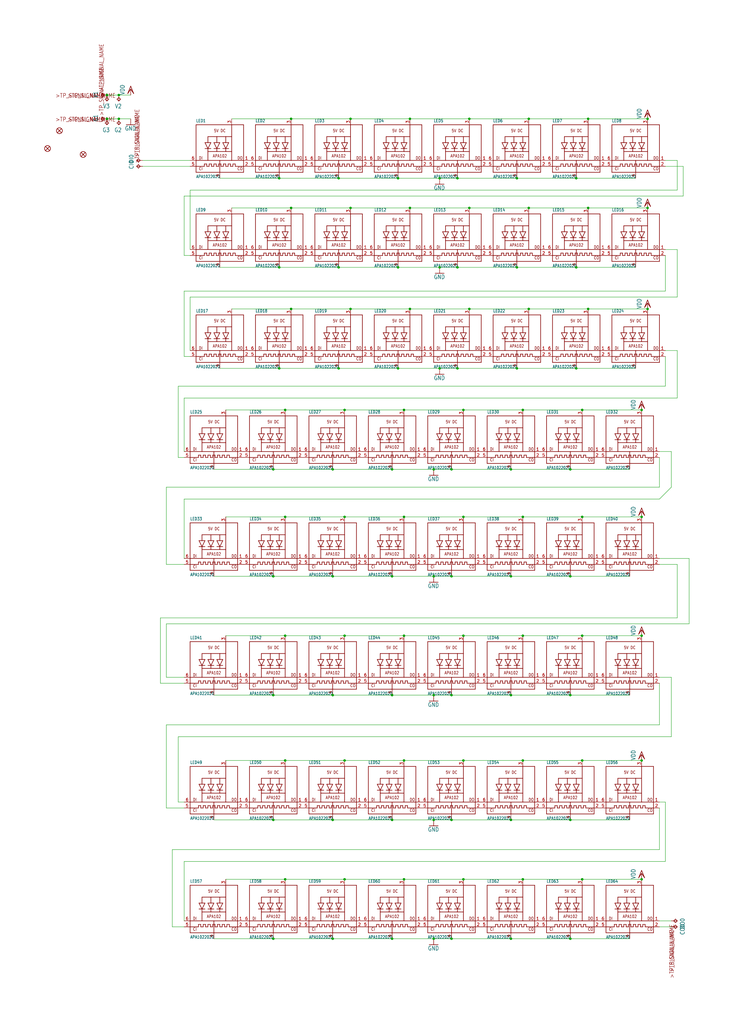
<source format=kicad_sch>
(kicad_sch (version 20211123) (generator eeschema)
  (paper "User" 313.817 437.794)
  (lib_symbols
    (symbol "eagleSchem-eagle-import:APA1022020"
      (property "Value" "APA1022020" (at -10.16 -12.7 0))
      (symbol "APA1022020_1_0"
        (polyline (pts (xy -10.16 -10.16) (xy 0 -10.16)) (stroke (width 0.254)))
        (polyline (pts (xy -10.16 -7.62) (xy -10.16 -10.16)) (stroke (width 0.254)))
        (polyline (pts (xy -10.16 -7.62) (xy -6.604 -7.62)) (stroke (width 0.254)))
        (polyline (pts (xy -10.16 -5.08) (xy -10.16 -7.62)) (stroke (width 0.254)))
        (polyline (pts (xy -10.16 10.16) (xy -10.16 -5.08)) (stroke (width 0.254)))
        (polyline (pts (xy -6.604 -7.62) (xy -6.604 -6.604)) (stroke (width 0.254)))
        (polyline (pts (xy -6.604 -6.604) (xy -5.588 -6.604)) (stroke (width 0.254)))
        (polyline (pts (xy -6.35 0) (xy -5.08 0)) (stroke (width 0.254)))
        (polyline (pts (xy -6.35 2.54) (xy -5.08 2.54)) (stroke (width 0.254)))
        (polyline (pts (xy -5.588 -7.62) (xy -4.572 -7.62)) (stroke (width 0.254)))
        (polyline (pts (xy -5.588 -6.604) (xy -5.588 -7.62)) (stroke (width 0.254)))
        (polyline (pts (xy -5.08 -5.08) (xy -10.16 -5.08)) (stroke (width 0.254)))
        (polyline (pts (xy -5.08 -5.08) (xy 0 -5.08)) (stroke (width 0.254)))
        (polyline (pts (xy -5.08 -1.27) (xy -5.08 -5.08)) (stroke (width 0.254)))
        (polyline (pts (xy -5.08 0) (xy -6.35 2.54)) (stroke (width 0.254)))
        (polyline (pts (xy -5.08 0) (xy -5.08 -1.27)) (stroke (width 0.254)))
        (polyline (pts (xy -5.08 0) (xy -3.81 2.54)) (stroke (width 0.254)))
        (polyline (pts (xy -5.08 2.54) (xy -3.81 2.54)) (stroke (width 0.254)))
        (polyline (pts (xy -5.08 5.08) (xy -5.08 2.54)) (stroke (width 0.254)))
        (polyline (pts (xy -4.572 -7.62) (xy -4.572 -6.604)) (stroke (width 0.254)))
        (polyline (pts (xy -4.572 -6.604) (xy -3.556 -6.604)) (stroke (width 0.254)))
        (polyline (pts (xy -3.81 0) (xy -5.08 0)) (stroke (width 0.254)))
        (polyline (pts (xy -3.556 -7.62) (xy -2.54 -7.62)) (stroke (width 0.254)))
        (polyline (pts (xy -3.556 -6.604) (xy -3.556 -7.62)) (stroke (width 0.254)))
        (polyline (pts (xy -2.54 -7.62) (xy -2.54 -6.604)) (stroke (width 0.254)))
        (polyline (pts (xy -2.54 -6.604) (xy -1.524 -6.604)) (stroke (width 0.254)))
        (polyline (pts (xy -2.54 0) (xy -1.27 0)) (stroke (width 0.254)))
        (polyline (pts (xy -2.54 2.54) (xy 0 2.54)) (stroke (width 0.254)))
        (polyline (pts (xy -1.524 -7.62) (xy -0.508 -7.62)) (stroke (width 0.254)))
        (polyline (pts (xy -1.524 -6.604) (xy -1.524 -7.62)) (stroke (width 0.254)))
        (polyline (pts (xy -1.27 -1.27) (xy -5.08 -1.27)) (stroke (width 0.254)))
        (polyline (pts (xy -1.27 0) (xy -2.54 2.54)) (stroke (width 0.254)))
        (polyline (pts (xy -1.27 0) (xy -1.27 -1.27)) (stroke (width 0.254)))
        (polyline (pts (xy -1.27 0) (xy 0 0)) (stroke (width 0.254)))
        (polyline (pts (xy -1.27 2.54) (xy -1.27 5.08)) (stroke (width 0.254)))
        (polyline (pts (xy -1.27 5.08) (xy -5.08 5.08)) (stroke (width 0.254)))
        (polyline (pts (xy -0.508 -7.62) (xy -0.508 -6.604)) (stroke (width 0.254)))
        (polyline (pts (xy -0.508 -6.604) (xy 0.508 -6.604)) (stroke (width 0.254)))
        (polyline (pts (xy 0 -10.16) (xy 10.16 -10.16)) (stroke (width 0.254)))
        (polyline (pts (xy 0 -5.08) (xy 0 -10.16)) (stroke (width 0.254)))
        (polyline (pts (xy 0 -5.08) (xy 5.08 -5.08)) (stroke (width 0.254)))
        (polyline (pts (xy 0 2.54) (xy -1.27 0)) (stroke (width 0.254)))
        (polyline (pts (xy 0.508 -7.62) (xy 1.524 -7.62)) (stroke (width 0.254)))
        (polyline (pts (xy 0.508 -6.604) (xy 0.508 -7.62)) (stroke (width 0.254)))
        (polyline (pts (xy 1.27 2.54) (xy 2.54 0)) (stroke (width 0.254)))
        (polyline (pts (xy 1.27 2.54) (xy 2.54 2.54)) (stroke (width 0.254)))
        (polyline (pts (xy 1.524 -7.62) (xy 1.524 -6.604)) (stroke (width 0.254)))
        (polyline (pts (xy 1.524 -6.604) (xy 2.54 -6.604)) (stroke (width 0.254)))
        (polyline (pts (xy 2.54 -7.62) (xy 3.556 -7.62)) (stroke (width 0.254)))
        (polyline (pts (xy 2.54 -6.604) (xy 2.54 -7.62)) (stroke (width 0.254)))
        (polyline (pts (xy 2.54 -1.27) (xy -1.27 -1.27)) (stroke (width 0.254)))
        (polyline (pts (xy 2.54 0) (xy 1.27 0)) (stroke (width 0.254)))
        (polyline (pts (xy 2.54 0) (xy 2.54 -1.27)) (stroke (width 0.254)))
        (polyline (pts (xy 2.54 0) (xy 3.81 0)) (stroke (width 0.254)))
        (polyline (pts (xy 2.54 0) (xy 3.81 2.54)) (stroke (width 0.254)))
        (polyline (pts (xy 2.54 2.54) (xy 2.54 5.08)) (stroke (width 0.254)))
        (polyline (pts (xy 2.54 5.08) (xy -1.27 5.08)) (stroke (width 0.254)))
        (polyline (pts (xy 2.54 5.08) (xy 5.08 5.08)) (stroke (width 0.254)))
        (polyline (pts (xy 3.556 -7.62) (xy 3.556 -6.604)) (stroke (width 0.254)))
        (polyline (pts (xy 3.556 -6.604) (xy 4.572 -6.604)) (stroke (width 0.254)))
        (polyline (pts (xy 3.81 2.54) (xy 2.54 2.54)) (stroke (width 0.254)))
        (polyline (pts (xy 4.572 -7.62) (xy 5.588 -7.62)) (stroke (width 0.254)))
        (polyline (pts (xy 4.572 -6.604) (xy 4.572 -7.62)) (stroke (width 0.254)))
        (polyline (pts (xy 5.08 -5.08) (xy 5.08 -1.27)) (stroke (width 0.254)))
        (polyline (pts (xy 5.08 -5.08) (xy 10.16 -5.08)) (stroke (width 0.254)))
        (polyline (pts (xy 5.08 -1.27) (xy 2.54 -1.27)) (stroke (width 0.254)))
        (polyline (pts (xy 5.08 5.08) (xy 5.08 -1.27)) (stroke (width 0.254)))
        (polyline (pts (xy 5.08 10.16) (xy -10.16 10.16)) (stroke (width 0.254)))
        (polyline (pts (xy 5.08 10.16) (xy 5.08 5.08)) (stroke (width 0.254)))
        (polyline (pts (xy 5.588 -7.62) (xy 5.588 -6.604)) (stroke (width 0.254)))
        (polyline (pts (xy 5.588 -6.604) (xy 6.604 -6.604)) (stroke (width 0.254)))
        (polyline (pts (xy 6.604 -7.62) (xy 10.16 -7.62)) (stroke (width 0.254)))
        (polyline (pts (xy 6.604 -6.604) (xy 6.604 -7.62)) (stroke (width 0.254)))
        (polyline (pts (xy 10.16 -10.16) (xy 10.16 -7.62)) (stroke (width 0.254)))
        (polyline (pts (xy 10.16 -7.62) (xy 10.16 -5.08)) (stroke (width 0.254)))
        (polyline (pts (xy 10.16 -5.08) (xy 10.16 10.16)) (stroke (width 0.254)))
        (polyline (pts (xy 10.16 10.16) (xy 5.08 10.16)) (stroke (width 0.254)))
        (text "5V DC" (at 0 7.62 0) (effects (font (size 1.27 1.0795))))
        (text "APA102" (at 0 -3.175 0) (effects (font (size 1.27 1.0795))))
        (text "CI" (at -8.128 -8.636 0) (effects (font (size 1.27 1.0795))))
        (text "CO" (at 8.636 -8.636 0) (effects (font (size 1.27 1.0795))))
        (text "DI" (at -8.128 -4.064 0) (effects (font (size 1.27 1.0795))))
        (text "DO" (at 8.636 -4.064 0) (effects (font (size 1.27 1.0795))))
        (pin output line (at 12.7 -5.08 180) (length 2.54) (name "DO") (number "1"))
        (pin output line (at 12.7 -7.62 180) (length 2.54) (name "CKO") (number "2"))
        (pin power_in line (at 5.08 12.7 270) (length 2.54) (name "VDD") (number "3"))
        (pin power_in line (at 0 -12.7 90) (length 2.54) (name "GND") (number "4"))
        (pin input line (at -12.7 -7.62 0) (length 2.54) (name "CKI") (number "5"))
        (pin input line (at -12.7 -5.08 0) (length 2.54) (name "DI") (number "6"))
      )
    )
    (symbol "eagleSchem-eagle-import:FIDUCIAL_0.5MM"
      (symbol "FIDUCIAL_0.5MM_1_0"
        (polyline (pts (xy -0.762 0.762) (xy 0.762 -0.762)) (stroke (width 0.254)))
        (polyline (pts (xy 0.762 0.762) (xy -0.762 -0.762)) (stroke (width 0.254)))
        (circle (center 0 0) (radius 1.27) (stroke (width 0.254)))
      )
    )
    (symbol "eagleSchem-eagle-import:GND" (power)
      (property "Value" "GND" (at -2.54 -2.54 0))
      (symbol "GND_1_0"
        (polyline (pts (xy -1.905 0) (xy 1.905 0)) (stroke (width 0.254)))
        (pin power_in line (at 0 2.54 270) (length 2.54) (name "GND") (number "1"))
      )
    )
    (symbol "eagleSchem-eagle-import:TPTP20R"
      (property "Reference" "TP" (at -1.27 1.27 0))
      (symbol "TPTP20R_1_0"
        (polyline (pts (xy -0.762 -0.762) (xy 0 0)) (stroke (width 0.254)))
        (polyline (pts (xy 0 -1.524) (xy -0.762 -0.762)) (stroke (width 0.254)))
        (polyline (pts (xy 0 0) (xy 0.762 -0.762)) (stroke (width 0.254)))
        (polyline (pts (xy 0.762 -0.762) (xy 0 -1.524)) (stroke (width 0.254)))
        (text ">TP_SIGNAL_NAME" (at 1.27 -1.27 0) (effects (font (size 1.778 1.5113)) (justify left bottom)))
        (pin input line (at 0 -2.54 90) (length 2.54) (name "TP") (number "TP"))
      )
    )
    (symbol "eagleSchem-eagle-import:VDD" (power)
      (property "Value" "VDD" (at -2.54 -2.54 90))
      (symbol "VDD_1_0"
        (polyline (pts (xy 0 0) (xy -1.27 -1.905)) (stroke (width 0.254)))
        (polyline (pts (xy 0 1.27) (xy -1.27 -1.905)) (stroke (width 0.254)))
        (polyline (pts (xy 1.27 -1.905) (xy 0 0)) (stroke (width 0.254)))
        (polyline (pts (xy 1.27 -1.905) (xy 0 1.27)) (stroke (width 0.254)))
        (pin power_in line (at 0 -2.54 90) (length 2.54) (name "VDD") (number "1"))
      )
    )
  )
  (junction (at 200.66 88.9))
  (junction (at 119.38 76.2))
  (junction (at 116.84 350.52))
  (junction (at 121.92 325.12))
  (junction (at 121.92 220.98))
  (junction (at 147.32 220.98))
  (junction (at 193.04 297.18))
  (junction (at 172.72 271.78))
  (junction (at 116.84 246.38))
  (junction (at 243.84 401.32))
  (junction (at 195.58 114.3))
  (junction (at 172.72 220.98))
  (junction (at 195.58 157.48))
  (junction (at 243.84 246.38))
  (junction (at 198.12 271.78))
  (junction (at 200.66 50.8))
  (junction (at 142.24 246.38))
  (junction (at 147.32 271.78))
  (junction (at 198.12 220.98))
  (junction (at 251.46 50.8))
  (junction (at 147.32 175.26))
  (junction (at 119.38 157.48))
  (junction (at 116.84 200.66))
  (junction (at 167.64 350.52))
  (junction (at 193.04 200.66))
  (junction (at 223.52 375.92))
  (junction (at 144.78 114.3))
  (junction (at 193.04 350.52))
  (junction (at 170.18 76.2))
  (junction (at 175.26 88.9))
  (junction (at 274.32 175.26))
  (junction (at 246.38 76.2))
  (junction (at 124.46 132.08))
  (junction (at 142.24 297.18))
  (junction (at 124.46 50.8))
  (junction (at 248.92 271.78))
  (junction (at 274.32 271.78))
  (junction (at 175.26 132.08))
  (junction (at 116.84 401.32))
  (junction (at 198.12 375.92))
  (junction (at 170.18 157.48))
  (junction (at 248.92 375.92))
  (junction (at 149.86 132.08))
  (junction (at 167.64 401.32))
  (junction (at 218.44 246.38))
  (junction (at 142.24 401.32))
  (junction (at 50.8 40.64))
  (junction (at 198.12 175.26))
  (junction (at 274.32 220.98))
  (junction (at 223.52 175.26))
  (junction (at 218.44 350.52))
  (junction (at 172.72 175.26))
  (junction (at 220.98 157.48))
  (junction (at 276.86 132.08))
  (junction (at 172.72 325.12))
  (junction (at 116.84 297.18))
  (junction (at 45.72 50.8))
  (junction (at 50.8 50.8))
  (junction (at 147.32 325.12))
  (junction (at 193.04 246.38))
  (junction (at 147.32 375.92))
  (junction (at 45.72 40.64))
  (junction (at 223.52 271.78))
  (junction (at 144.78 157.48))
  (junction (at 218.44 401.32))
  (junction (at 167.64 246.38))
  (junction (at 167.64 297.18))
  (junction (at 274.32 375.92))
  (junction (at 185.42 297.18))
  (junction (at 195.58 76.2))
  (junction (at 248.92 175.26))
  (junction (at 276.86 88.9))
  (junction (at 246.38 157.48))
  (junction (at 200.66 132.08))
  (junction (at 274.32 325.12))
  (junction (at 142.24 350.52))
  (junction (at 167.64 200.66))
  (junction (at 218.44 297.18))
  (junction (at 121.92 271.78))
  (junction (at 243.84 297.18))
  (junction (at 119.38 114.3))
  (junction (at 121.92 175.26))
  (junction (at 251.46 132.08))
  (junction (at 149.86 50.8))
  (junction (at 185.42 246.38))
  (junction (at 172.72 375.92))
  (junction (at 243.84 200.66))
  (junction (at 187.96 157.48))
  (junction (at 248.92 220.98))
  (junction (at 220.98 114.3))
  (junction (at 223.52 325.12))
  (junction (at 198.12 325.12))
  (junction (at 226.06 50.8))
  (junction (at 187.96 76.2))
  (junction (at 251.46 88.9))
  (junction (at 248.92 325.12))
  (junction (at 185.42 350.52))
  (junction (at 193.04 401.32))
  (junction (at 185.42 401.32))
  (junction (at 170.18 114.3))
  (junction (at 124.46 88.9))
  (junction (at 121.92 375.92))
  (junction (at 142.24 200.66))
  (junction (at 175.26 50.8))
  (junction (at 149.86 88.9))
  (junction (at 226.06 132.08))
  (junction (at 185.42 200.66))
  (junction (at 218.44 200.66))
  (junction (at 220.98 76.2))
  (junction (at 226.06 88.9))
  (junction (at 276.86 50.8))
  (junction (at 243.84 350.52))
  (junction (at 144.78 76.2))
  (junction (at 246.38 114.3))
  (junction (at 223.52 220.98))
  (junction (at 187.96 114.3))
  (wire (pts (xy 142.24 350.52) (xy 167.64 350.52)))
  (wire (pts (xy 193.04 297.18) (xy 218.44 297.18)))
  (wire (pts (xy 287.02 314.96) (xy 287.02 289.56)))
  (wire (pts (xy 220.98 114.3) (xy 246.38 114.3)))
  (wire (pts (xy 147.32 271.78) (xy 172.72 271.78)))
  (wire (pts (xy 78.74 152.4) (xy 81.28 152.4)))
  (wire (pts (xy 292.1 71.12) (xy 292.1 83.82)))
  (wire (pts (xy 281.94 195.58) (xy 281.94 208.28)))
  (wire (pts (xy 251.46 88.9) (xy 276.86 88.9)))
  (wire (pts (xy 78.74 238.76) (xy 78.74 213.36)))
  (wire (pts (xy 68.58 292.1) (xy 68.58 264.16)))
  (wire (pts (xy 119.38 114.3) (xy 144.78 114.3)))
  (wire (pts (xy 149.86 50.8) (xy 175.26 50.8)))
  (wire (pts (xy 284.48 109.22) (xy 284.48 124.46)))
  (wire (pts (xy 289.56 106.68) (xy 284.48 106.68)))
  (wire (pts (xy 119.38 76.2) (xy 144.78 76.2)))
  (wire (pts (xy 78.74 342.9) (xy 76.2 342.9)))
  (wire (pts (xy 287.02 396.24) (xy 281.94 396.24)))
  (wire (pts (xy 284.48 342.9) (xy 281.94 342.9)))
  (wire (pts (xy 124.46 50.8) (xy 149.86 50.8)))
  (wire (pts (xy 60.96 68.58) (xy 81.28 68.58)))
  (wire (pts (xy 294.64 238.76) (xy 281.94 238.76)))
  (wire (pts (xy 99.06 88.9) (xy 124.46 88.9)))
  (wire (pts (xy 193.04 401.32) (xy 218.44 401.32)))
  (wire (pts (xy 93.98 114.3) (xy 119.38 114.3)))
  (wire (pts (xy 246.38 76.2) (xy 271.78 76.2)))
  (wire (pts (xy 99.06 132.08) (xy 124.46 132.08)))
  (wire (pts (xy 287.02 208.28) (xy 287.02 193.04)))
  (wire (pts (xy 289.56 127) (xy 289.56 106.68)))
  (wire (pts (xy 142.24 200.66) (xy 167.64 200.66)))
  (wire (pts (xy 170.18 76.2) (xy 187.96 76.2)))
  (wire (pts (xy 218.44 200.66) (xy 243.84 200.66)))
  (wire (pts (xy 248.92 175.26) (xy 274.32 175.26)))
  (wire (pts (xy 187.96 157.48) (xy 195.58 157.48)))
  (wire (pts (xy 147.32 220.98) (xy 172.72 220.98)))
  (wire (pts (xy 96.52 271.78) (xy 121.92 271.78)))
  (wire (pts (xy 116.84 350.52) (xy 142.24 350.52)))
  (wire (pts (xy 142.24 401.32) (xy 167.64 401.32)))
  (wire (pts (xy 116.84 246.38) (xy 142.24 246.38)))
  (wire (pts (xy 200.66 132.08) (xy 226.06 132.08)))
  (wire (pts (xy 248.92 220.98) (xy 274.32 220.98)))
  (wire (pts (xy 251.46 132.08) (xy 276.86 132.08)))
  (wire (pts (xy 218.44 246.38) (xy 243.84 246.38)))
  (wire (pts (xy 248.92 325.12) (xy 274.32 325.12)))
  (wire (pts (xy 220.98 157.48) (xy 246.38 157.48)))
  (wire (pts (xy 78.74 345.44) (xy 71.12 345.44)))
  (wire (pts (xy 71.12 266.7) (xy 294.64 266.7)))
  (wire (pts (xy 121.92 271.78) (xy 147.32 271.78)))
  (wire (pts (xy 73.66 396.24) (xy 73.66 363.22)))
  (wire (pts (xy 218.44 401.32) (xy 243.84 401.32)))
  (wire (pts (xy 200.66 88.9) (xy 226.06 88.9)))
  (wire (pts (xy 91.44 246.38) (xy 116.84 246.38)))
  (wire (pts (xy 289.56 241.3) (xy 281.94 241.3)))
  (wire (pts (xy 78.74 292.1) (xy 68.58 292.1)))
  (wire (pts (xy 246.38 157.48) (xy 271.78 157.48)))
  (wire (pts (xy 96.52 220.98) (xy 121.92 220.98)))
  (wire (pts (xy 195.58 157.48) (xy 220.98 157.48)))
  (wire (pts (xy 81.28 106.68) (xy 81.28 81.28)))
  (wire (pts (xy 121.92 325.12) (xy 147.32 325.12)))
  (wire (pts (xy 243.84 350.52) (xy 269.24 350.52)))
  (wire (pts (xy 193.04 200.66) (xy 218.44 200.66)))
  (wire (pts (xy 78.74 289.56) (xy 71.12 289.56)))
  (wire (pts (xy 170.18 114.3) (xy 187.96 114.3)))
  (wire (pts (xy 251.46 50.8) (xy 276.86 50.8)))
  (wire (pts (xy 78.74 124.46) (xy 78.74 152.4)))
  (wire (pts (xy 91.44 350.52) (xy 116.84 350.52)))
  (wire (pts (xy 175.26 132.08) (xy 200.66 132.08)))
  (wire (pts (xy 144.78 76.2) (xy 170.18 76.2)))
  (wire (pts (xy 198.12 175.26) (xy 223.52 175.26)))
  (wire (pts (xy 45.72 40.64) (xy 50.8 40.64)))
  (wire (pts (xy 175.26 50.8) (xy 200.66 50.8)))
  (wire (pts (xy 223.52 375.92) (xy 248.92 375.92)))
  (wire (pts (xy 170.18 157.48) (xy 187.96 157.48)))
  (wire (pts (xy 223.52 271.78) (xy 248.92 271.78)))
  (wire (pts (xy 91.44 297.18) (xy 116.84 297.18)))
  (wire (pts (xy 195.58 76.2) (xy 220.98 76.2)))
  (wire (pts (xy 287.02 193.04) (xy 281.94 193.04)))
  (wire (pts (xy 76.2 195.58) (xy 76.2 165.1)))
  (wire (pts (xy 121.92 175.26) (xy 147.32 175.26)))
  (wire (pts (xy 142.24 297.18) (xy 167.64 297.18)))
  (wire (pts (xy 96.52 375.92) (xy 121.92 375.92)))
  (wire (pts (xy 172.72 220.98) (xy 198.12 220.98)))
  (wire (pts (xy 76.2 165.1) (xy 284.48 165.1)))
  (wire (pts (xy 50.8 50.8) (xy 55.88 50.8)))
  (wire (pts (xy 198.12 325.12) (xy 223.52 325.12)))
  (wire (pts (xy 281.94 208.28) (xy 71.12 208.28)))
  (wire (pts (xy 81.28 81.28) (xy 289.56 81.28)))
  (wire (pts (xy 243.84 246.38) (xy 269.24 246.38)))
  (wire (pts (xy 93.98 157.48) (xy 119.38 157.48)))
  (wire (pts (xy 116.84 297.18) (xy 142.24 297.18)))
  (wire (pts (xy 289.56 68.58) (xy 284.48 68.58)))
  (wire (pts (xy 226.06 50.8) (xy 251.46 50.8)))
  (wire (pts (xy 281.94 213.36) (xy 287.02 208.28)))
  (wire (pts (xy 60.96 71.12) (xy 81.28 71.12)))
  (wire (pts (xy 78.74 368.3) (xy 284.48 368.3)))
  (wire (pts (xy 99.06 50.8) (xy 124.46 50.8)))
  (wire (pts (xy 200.66 50.8) (xy 226.06 50.8)))
  (wire (pts (xy 142.24 246.38) (xy 167.64 246.38)))
  (wire (pts (xy 220.98 76.2) (xy 246.38 76.2)))
  (wire (pts (xy 78.74 170.18) (xy 289.56 170.18)))
  (wire (pts (xy 116.84 401.32) (xy 142.24 401.32)))
  (wire (pts (xy 76.2 342.9) (xy 76.2 314.96)))
  (wire (pts (xy 144.78 157.48) (xy 170.18 157.48)))
  (wire (pts (xy 223.52 175.26) (xy 248.92 175.26)))
  (wire (pts (xy 50.8 40.64) (xy 55.88 40.64)))
  (wire (pts (xy 81.28 127) (xy 289.56 127)))
  (wire (pts (xy 198.12 271.78) (xy 223.52 271.78)))
  (wire (pts (xy 71.12 309.88) (xy 281.94 309.88)))
  (wire (pts (xy 223.52 220.98) (xy 248.92 220.98)))
  (wire (pts (xy 198.12 375.92) (xy 223.52 375.92)))
  (wire (pts (xy 45.72 50.8) (xy 50.8 50.8)))
  (wire (pts (xy 248.92 271.78) (xy 274.32 271.78)))
  (wire (pts (xy 198.12 220.98) (xy 223.52 220.98)))
  (wire (pts (xy 149.86 88.9) (xy 175.26 88.9)))
  (wire (pts (xy 78.74 213.36) (xy 281.94 213.36)))
  (wire (pts (xy 167.64 401.32) (xy 185.42 401.32)))
  (wire (pts (xy 185.42 246.38) (xy 193.04 246.38)))
  (wire (pts (xy 167.64 350.52) (xy 185.42 350.52)))
  (wire (pts (xy 175.26 88.9) (xy 200.66 88.9)))
  (wire (pts (xy 91.44 200.66) (xy 116.84 200.66)))
  (wire (pts (xy 71.12 345.44) (xy 71.12 309.88)))
  (wire (pts (xy 71.12 208.28) (xy 71.12 241.3)))
  (wire (pts (xy 185.42 200.66) (xy 193.04 200.66)))
  (wire (pts (xy 289.56 264.16) (xy 289.56 241.3)))
  (wire (pts (xy 223.52 325.12) (xy 248.92 325.12)))
  (wire (pts (xy 281.94 363.22) (xy 281.94 345.44)))
  (wire (pts (xy 195.58 114.3) (xy 220.98 114.3)))
  (wire (pts (xy 116.84 200.66) (xy 142.24 200.66)))
  (wire (pts (xy 119.38 157.48) (xy 144.78 157.48)))
  (wire (pts (xy 281.94 309.88) (xy 281.94 292.1)))
  (wire (pts (xy 226.06 88.9) (xy 251.46 88.9)))
  (wire (pts (xy 289.56 170.18) (xy 289.56 149.86)))
  (wire (pts (xy 284.48 165.1) (xy 284.48 152.4)))
  (wire (pts (xy 218.44 350.52) (xy 243.84 350.52)))
  (wire (pts (xy 73.66 363.22) (xy 281.94 363.22)))
  (wire (pts (xy 96.52 175.26) (xy 121.92 175.26)))
  (wire (pts (xy 71.12 241.3) (xy 78.74 241.3)))
  (wire (pts (xy 284.48 124.46) (xy 78.74 124.46)))
  (wire (pts (xy 193.04 350.52) (xy 218.44 350.52)))
  (wire (pts (xy 81.28 149.86) (xy 81.28 127)))
  (wire (pts (xy 78.74 83.82) (xy 78.74 109.22)))
  (wire (pts (xy 78.74 193.04) (xy 78.74 170.18)))
  (wire (pts (xy 294.64 266.7) (xy 294.64 238.76)))
  (wire (pts (xy 147.32 375.92) (xy 172.72 375.92)))
  (wire (pts (xy 124.46 88.9) (xy 149.86 88.9)))
  (wire (pts (xy 144.78 114.3) (xy 170.18 114.3)))
  (wire (pts (xy 243.84 200.66) (xy 269.24 200.66)))
  (wire (pts (xy 289.56 149.86) (xy 284.48 149.86)))
  (wire (pts (xy 185.42 401.32) (xy 193.04 401.32)))
  (wire (pts (xy 292.1 83.82) (xy 78.74 83.82)))
  (wire (pts (xy 185.42 350.52) (xy 193.04 350.52)))
  (wire (pts (xy 193.04 246.38) (xy 218.44 246.38)))
  (wire (pts (xy 287.02 289.56) (xy 281.94 289.56)))
  (wire (pts (xy 172.72 175.26) (xy 198.12 175.26)))
  (wire (pts (xy 71.12 289.56) (xy 71.12 266.7)))
  (wire (pts (xy 187.96 76.2) (xy 195.58 76.2)))
  (wire (pts (xy 243.84 401.32) (xy 269.24 401.32)))
  (wire (pts (xy 78.74 396.24) (xy 73.66 396.24)))
  (wire (pts (xy 121.92 375.92) (xy 147.32 375.92)))
  (wire (pts (xy 284.48 368.3) (xy 284.48 342.9)))
  (wire (pts (xy 124.46 132.08) (xy 149.86 132.08)))
  (wire (pts (xy 147.32 175.26) (xy 172.72 175.26)))
  (wire (pts (xy 96.52 325.12) (xy 121.92 325.12)))
  (wire (pts (xy 167.64 297.18) (xy 185.42 297.18)))
  (wire (pts (xy 78.74 393.7) (xy 78.74 368.3)))
  (wire (pts (xy 76.2 314.96) (xy 287.02 314.96)))
  (wire (pts (xy 172.72 325.12) (xy 198.12 325.12)))
  (wire (pts (xy 246.38 114.3) (xy 271.78 114.3)))
  (wire (pts (xy 78.74 109.22) (xy 81.28 109.22)))
  (wire (pts (xy 287.02 393.7) (xy 281.94 393.7)))
  (wire (pts (xy 243.84 297.18) (xy 269.24 297.18)))
  (wire (pts (xy 149.86 132.08) (xy 175.26 132.08)))
  (wire (pts (xy 218.44 297.18) (xy 243.84 297.18)))
  (wire (pts (xy 248.92 375.92) (xy 274.32 375.92)))
  (wire (pts (xy 289.56 81.28) (xy 289.56 68.58)))
  (wire (pts (xy 121.92 220.98) (xy 147.32 220.98)))
  (wire (pts (xy 172.72 375.92) (xy 198.12 375.92)))
  (wire (pts (xy 187.96 114.3) (xy 195.58 114.3)))
  (wire (pts (xy 284.48 71.12) (xy 292.1 71.12)))
  (wire (pts (xy 93.98 76.2) (xy 119.38 76.2)))
  (wire (pts (xy 185.42 297.18) (xy 193.04 297.18)))
  (wire (pts (xy 78.74 195.58) (xy 76.2 195.58)))
  (wire (pts (xy 226.06 132.08) (xy 251.46 132.08)))
  (wire (pts (xy 172.72 271.78) (xy 198.12 271.78)))
  (wire (pts (xy 91.44 401.32) (xy 116.84 401.32)))
  (wire (pts (xy 167.64 246.38) (xy 185.42 246.38)))
  (wire (pts (xy 167.64 200.66) (xy 185.42 200.66)))
  (wire (pts (xy 147.32 325.12) (xy 172.72 325.12)))
  (wire (pts (xy 68.58 264.16) (xy 289.56 264.16)))
  (symbol (lib_id "eagleSchem-eagle-import:APA1022020") (at 167.64 388.62 0) (unit 1)
    (property "Reference" "LED60" (at 157.48 377.444 0) (effects (font (size 1.27 1.0795)) (justify left bottom)))
    (property "Value" "APA1022020" (at 157.48 401.32 0) (effects (font (size 1.27 1.0795)) (justify left bottom)))
    (property "Footprint" "eagleSchem:APA102_2020" (effects hide))
  )
  (symbol (lib_id "eagleSchem-eagle-import:APA1022020") (at 91.44 284.48 0) (unit 1)
    (property "Reference" "LED41" (at 81.28 273.304 0) (effects (font (size 1.27 1.0795)) (justify left bottom)))
    (property "Value" "APA1022020" (at 81.28 297.18 0) (effects (font (size 1.27 1.0795)) (justify left bottom)))
    (property "Footprint" "eagleSchem:APA102_2020" (effects hide))
  )
  (symbol (lib_id "eagleSchem-eagle-import:APA1022020") (at 243.84 388.62 0) (unit 1)
    (property "Reference" "LED63" (at 233.68 377.444 0) (effects (font (size 1.27 1.0795)) (justify left bottom)))
    (property "Value" "APA1022020" (at 233.68 401.32 0) (effects (font (size 1.27 1.0795)) (justify left bottom)))
    (property "Footprint" "eagleSchem:APA102_2020" (effects hide))
  )
  (symbol (lib_id "eagleSchem-eagle-import:APA1022020") (at 193.04 337.82 0) (unit 1)
    (property "Reference" "LED53" (at 182.88 326.644 0) (effects (font (size 1.27 1.0795)) (justify left bottom)))
    (property "Value" "APA1022020" (at 182.88 350.52 0) (effects (font (size 1.27 1.0795)) (justify left bottom)))
    (property "Footprint" "eagleSchem:APA102_2020" (effects hide))
  )
  (symbol (lib_id "eagleSchem-eagle-import:APA1022020") (at 220.98 63.5 0) (unit 1)
    (property "Reference" "LED6" (at 210.82 52.324 0) (effects (font (size 1.27 1.0795)) (justify left bottom)))
    (property "Value" "APA1022020" (at 210.82 76.2 0) (effects (font (size 1.27 1.0795)) (justify left bottom)))
    (property "Footprint" "eagleSchem:APA102_2020" (effects hide))
  )
  (symbol (lib_id "eagleSchem-eagle-import:APA1022020") (at 119.38 144.78 0) (unit 1)
    (property "Reference" "LED18" (at 109.22 133.604 0) (effects (font (size 1.27 1.0795)) (justify left bottom)))
    (property "Value" "APA1022020" (at 109.22 157.48 0) (effects (font (size 1.27 1.0795)) (justify left bottom)))
    (property "Footprint" "eagleSchem:APA102_2020" (effects hide))
  )
  (symbol (lib_id "eagleSchem-eagle-import:APA1022020") (at 93.98 144.78 0) (unit 1)
    (property "Reference" "LED17" (at 83.82 133.604 0) (effects (font (size 1.27 1.0795)) (justify left bottom)))
    (property "Value" "APA1022020" (at 83.82 157.48 0) (effects (font (size 1.27 1.0795)) (justify left bottom)))
    (property "Footprint" "eagleSchem:APA102_2020" (effects hide))
  )
  (symbol (lib_id "eagleSchem-eagle-import:APA1022020") (at 246.38 144.78 0) (unit 1)
    (property "Reference" "LED23" (at 236.22 133.604 0) (effects (font (size 1.27 1.0795)) (justify left bottom)))
    (property "Value" "APA1022020" (at 236.22 157.48 0) (effects (font (size 1.27 1.0795)) (justify left bottom)))
    (property "Footprint" "eagleSchem:APA102_2020" (effects hide))
  )
  (symbol (lib_id "eagleSchem-eagle-import:APA1022020") (at 91.44 337.82 0) (unit 1)
    (property "Reference" "LED49" (at 81.28 326.644 0) (effects (font (size 1.27 1.0795)) (justify left bottom)))
    (property "Value" "APA1022020" (at 81.28 350.52 0) (effects (font (size 1.27 1.0795)) (justify left bottom)))
    (property "Footprint" "eagleSchem:APA102_2020" (effects hide))
  )
  (symbol (lib_id "eagleSchem-eagle-import:APA1022020") (at 193.04 388.62 0) (unit 1)
    (property "Reference" "LED61" (at 182.88 377.444 0) (effects (font (size 1.27 1.0795)) (justify left bottom)))
    (property "Value" "APA1022020" (at 182.88 401.32 0) (effects (font (size 1.27 1.0795)) (justify left bottom)))
    (property "Footprint" "eagleSchem:APA102_2020" (effects hide))
  )
  (symbol (lib_id "eagleSchem-eagle-import:APA1022020") (at 167.64 337.82 0) (unit 1)
    (property "Reference" "LED52" (at 157.48 326.644 0) (effects (font (size 1.27 1.0795)) (justify left bottom)))
    (property "Value" "APA1022020" (at 157.48 350.52 0) (effects (font (size 1.27 1.0795)) (justify left bottom)))
    (property "Footprint" "eagleSchem:APA102_2020" (effects hide))
  )
  (symbol (lib_id "eagleSchem-eagle-import:GND") (at 185.42 248.92 0) (unit 1)
    (property "Reference" "#GND5" (effects hide))
    (property "Value" "GND" (at 182.88 251.46 0) (effects (font (size 1.778 1.5113)) (justify left bottom)))
    (property "Footprint" "eagleSchem:" (effects hide))
  )
  (symbol (lib_id "eagleSchem-eagle-import:VDD") (at 274.32 269.24 0) (unit 1)
    (property "Reference" "#VDD6" (effects hide))
    (property "Value" "VDD" (at 271.78 271.78 90) (effects (font (size 1.778 1.5113)) (justify left bottom)))
    (property "Footprint" "eagleSchem:" (effects hide))
  )
  (symbol (lib_id "eagleSchem-eagle-import:APA1022020") (at 144.78 63.5 0) (unit 1)
    (property "Reference" "LED3" (at 134.62 52.324 0) (effects (font (size 1.27 1.0795)) (justify left bottom)))
    (property "Value" "APA1022020" (at 134.62 76.2 0) (effects (font (size 1.27 1.0795)) (justify left bottom)))
    (property "Footprint" "eagleSchem:APA102_2020" (effects hide))
  )
  (symbol (lib_id "eagleSchem-eagle-import:GND") (at 187.96 78.74 0) (unit 1)
    (property "Reference" "#GND1" (effects hide))
    (property "Value" "GND" (at 185.42 81.28 0) (effects (font (size 1.778 1.5113)) (justify left bottom)))
    (property "Footprint" "eagleSchem:" (effects hide))
  )
  (symbol (lib_id "eagleSchem-eagle-import:GND") (at 185.42 403.86 0) (unit 1)
    (property "Reference" "#GND8" (effects hide))
    (property "Value" "GND" (at 182.88 406.4 0) (effects (font (size 1.778 1.5113)) (justify left bottom)))
    (property "Footprint" "eagleSchem:" (effects hide))
  )
  (symbol (lib_id "eagleSchem-eagle-import:APA1022020") (at 142.24 233.68 0) (unit 1)
    (property "Reference" "LED35" (at 132.08 222.504 0) (effects (font (size 1.27 1.0795)) (justify left bottom)))
    (property "Value" "APA1022020" (at 132.08 246.38 0) (effects (font (size 1.27 1.0795)) (justify left bottom)))
    (property "Footprint" "eagleSchem:APA102_2020" (effects hide))
  )
  (symbol (lib_id "eagleSchem-eagle-import:APA1022020") (at 271.78 63.5 0) (unit 1)
    (property "Reference" "LED8" (at 261.62 52.324 0) (effects (font (size 1.27 1.0795)) (justify left bottom)))
    (property "Value" "APA1022020" (at 261.62 76.2 0) (effects (font (size 1.27 1.0795)) (justify left bottom)))
    (property "Footprint" "eagleSchem:APA102_2020" (effects hide))
  )
  (symbol (lib_id "eagleSchem-eagle-import:APA1022020") (at 119.38 63.5 0) (unit 1)
    (property "Reference" "LED2" (at 109.22 52.324 0) (effects (font (size 1.27 1.0795)) (justify left bottom)))
    (property "Value" "APA1022020" (at 109.22 76.2 0) (effects (font (size 1.27 1.0795)) (justify left bottom)))
    (property "Footprint" "eagleSchem:APA102_2020" (effects hide))
  )
  (symbol (lib_id "eagleSchem-eagle-import:APA1022020") (at 271.78 144.78 0) (unit 1)
    (property "Reference" "LED24" (at 261.62 133.604 0) (effects (font (size 1.27 1.0795)) (justify left bottom)))
    (property "Value" "APA1022020" (at 261.62 157.48 0) (effects (font (size 1.27 1.0795)) (justify left bottom)))
    (property "Footprint" "eagleSchem:APA102_2020" (effects hide))
  )
  (symbol (lib_id "eagleSchem-eagle-import:APA1022020") (at 116.84 337.82 0) (unit 1)
    (property "Reference" "LED50" (at 106.68 326.644 0) (effects (font (size 1.27 1.0795)) (justify left bottom)))
    (property "Value" "APA1022020" (at 106.68 350.52 0) (effects (font (size 1.27 1.0795)) (justify left bottom)))
    (property "Footprint" "eagleSchem:APA102_2020" (effects hide))
  )
  (symbol (lib_id "eagleSchem-eagle-import:APA1022020") (at 116.84 388.62 0) (unit 1)
    (property "Reference" "LED58" (at 106.68 377.444 0) (effects (font (size 1.27 1.0795)) (justify left bottom)))
    (property "Value" "APA1022020" (at 106.68 401.32 0) (effects (font (size 1.27 1.0795)) (justify left bottom)))
    (property "Footprint" "eagleSchem:APA102_2020" (effects hide))
  )
  (symbol (lib_id "eagleSchem-eagle-import:APA1022020") (at 91.44 388.62 0) (unit 1)
    (property "Reference" "LED57" (at 81.28 377.444 0) (effects (font (size 1.27 1.0795)) (justify left bottom)))
    (property "Value" "APA1022020" (at 81.28 401.32 0) (effects (font (size 1.27 1.0795)) (justify left bottom)))
    (property "Footprint" "eagleSchem:APA102_2020" (effects hide))
  )
  (symbol (lib_id "eagleSchem-eagle-import:FIDUCIAL_0.5MM") (at 20.32 63.5 0) (unit 1)
    (property "Reference" "FID1" (effects hide))
    (property "Value" "FIDUCIAL_0.5MM" (effects hide))
    (property "Footprint" "eagleSchem:FIDUCIAL_0.5MM" (effects hide))
  )
  (symbol (lib_id "eagleSchem-eagle-import:APA1022020") (at 195.58 144.78 0) (unit 1)
    (property "Reference" "LED21" (at 185.42 133.604 0) (effects (font (size 1.27 1.0795)) (justify left bottom)))
    (property "Value" "APA1022020" (at 185.42 157.48 0) (effects (font (size 1.27 1.0795)) (justify left bottom)))
    (property "Footprint" "eagleSchem:APA102_2020" (effects hide))
  )
  (symbol (lib_id "eagleSchem-eagle-import:TPTP20R") (at 58.42 68.58 90) (unit 1)
    (property "Reference" "DI0" (at 57.15 69.85 0) (effects (font (size 1.778 1.5113)) (justify left bottom)))
    (property "Value" "TPTP20R" (effects hide))
    (property "Footprint" "eagleSchem:TP20R" (effects hide))
  )
  (symbol (lib_id "eagleSchem-eagle-import:APA1022020") (at 193.04 284.48 0) (unit 1)
    (property "Reference" "LED45" (at 182.88 273.304 0) (effects (font (size 1.27 1.0795)) (justify left bottom)))
    (property "Value" "APA1022020" (at 182.88 297.18 0) (effects (font (size 1.27 1.0795)) (justify left bottom)))
    (property "Footprint" "eagleSchem:APA102_2020" (effects hide))
  )
  (symbol (lib_id "eagleSchem-eagle-import:APA1022020") (at 246.38 101.6 0) (unit 1)
    (property "Reference" "LED15" (at 236.22 90.424 0) (effects (font (size 1.27 1.0795)) (justify left bottom)))
    (property "Value" "APA1022020" (at 236.22 114.3 0) (effects (font (size 1.27 1.0795)) (justify left bottom)))
    (property "Footprint" "eagleSchem:APA102_2020" (effects hide))
  )
  (symbol (lib_id "eagleSchem-eagle-import:TPTP20R") (at 289.56 396.24 270) (unit 1)
    (property "Reference" "CO0" (at 290.83 394.97 0) (effects (font (size 1.778 1.5113)) (justify left bottom)))
    (property "Value" "TPTP20R" (effects hide))
    (property "Footprint" "eagleSchem:TP20R" (effects hide))
  )
  (symbol (lib_id "eagleSchem-eagle-import:APA1022020") (at 170.18 101.6 0) (unit 1)
    (property "Reference" "LED12" (at 160.02 90.424 0) (effects (font (size 1.27 1.0795)) (justify left bottom)))
    (property "Value" "APA1022020" (at 160.02 114.3 0) (effects (font (size 1.27 1.0795)) (justify left bottom)))
    (property "Footprint" "eagleSchem:APA102_2020" (effects hide))
  )
  (symbol (lib_id "eagleSchem-eagle-import:APA1022020") (at 144.78 101.6 0) (unit 1)
    (property "Reference" "LED11" (at 134.62 90.424 0) (effects (font (size 1.27 1.0795)) (justify left bottom)))
    (property "Value" "APA1022020" (at 134.62 114.3 0) (effects (font (size 1.27 1.0795)) (justify left bottom)))
    (property "Footprint" "eagleSchem:APA102_2020" (effects hide))
  )
  (symbol (lib_id "eagleSchem-eagle-import:TPTP20R") (at 289.56 393.7 270) (unit 1)
    (property "Reference" "DO0" (at 290.83 392.43 0) (effects (font (size 1.778 1.5113)) (justify left bottom)))
    (property "Value" "TPTP20R" (effects hide))
    (property "Footprint" "eagleSchem:TP20R" (effects hide))
  )
  (symbol (lib_id "eagleSchem-eagle-import:APA1022020") (at 218.44 233.68 0) (unit 1)
    (property "Reference" "LED38" (at 208.28 222.504 0) (effects (font (size 1.27 1.0795)) (justify left bottom)))
    (property "Value" "APA1022020" (at 208.28 246.38 0) (effects (font (size 1.27 1.0795)) (justify left bottom)))
    (property "Footprint" "eagleSchem:APA102_2020" (effects hide))
  )
  (symbol (lib_id "eagleSchem-eagle-import:FIDUCIAL_0.5MM") (at 25.4 55.88 0) (unit 1)
    (property "Reference" "FID3" (effects hide))
    (property "Value" "FIDUCIAL_0.5MM" (effects hide))
    (property "Footprint" "eagleSchem:FIDUCIAL_0.5MM" (effects hide))
  )
  (symbol (lib_id "eagleSchem-eagle-import:VDD") (at 276.86 129.54 0) (unit 1)
    (property "Reference" "#VDD1" (effects hide))
    (property "Value" "VDD" (at 274.32 132.08 90) (effects (font (size 1.778 1.5113)) (justify left bottom)))
    (property "Footprint" "eagleSchem:" (effects hide))
  )
  (symbol (lib_id "eagleSchem-eagle-import:APA1022020") (at 144.78 144.78 0) (unit 1)
    (property "Reference" "LED19" (at 134.62 133.604 0) (effects (font (size 1.27 1.0795)) (justify left bottom)))
    (property "Value" "APA1022020" (at 134.62 157.48 0) (effects (font (size 1.27 1.0795)) (justify left bottom)))
    (property "Footprint" "eagleSchem:APA102_2020" (effects hide))
  )
  (symbol (lib_id "eagleSchem-eagle-import:APA1022020") (at 167.64 187.96 0) (unit 1)
    (property "Reference" "LED28" (at 157.48 176.784 0) (effects (font (size 1.27 1.0795)) (justify left bottom)))
    (property "Value" "APA1022020" (at 157.48 200.66 0) (effects (font (size 1.27 1.0795)) (justify left bottom)))
    (property "Footprint" "eagleSchem:APA102_2020" (effects hide))
  )
  (symbol (lib_id "eagleSchem-eagle-import:TPTP20R") (at 43.18 50.8 90) (unit 1)
    (property "Reference" "G1" (at 41.91 52.07 0) (effects (font (size 1.778 1.5113)) (justify left bottom)))
    (property "Value" "TPTP20R" (effects hide))
    (property "Footprint" "eagleSchem:TP20R" (effects hide))
  )
  (symbol (lib_id "eagleSchem-eagle-import:APA1022020") (at 271.78 101.6 0) (unit 1)
    (property "Reference" "LED16" (at 261.62 90.424 0) (effects (font (size 1.27 1.0795)) (justify left bottom)))
    (property "Value" "APA1022020" (at 261.62 114.3 0) (effects (font (size 1.27 1.0795)) (justify left bottom)))
    (property "Footprint" "eagleSchem:APA102_2020" (effects hide))
  )
  (symbol (lib_id "eagleSchem-eagle-import:GND") (at 185.42 203.2 0) (unit 1)
    (property "Reference" "#GND4" (effects hide))
    (property "Value" "GND" (at 182.88 205.74 0) (effects (font (size 1.778 1.5113)) (justify left bottom)))
    (property "Footprint" "eagleSchem:" (effects hide))
  )
  (symbol (lib_id "eagleSchem-eagle-import:APA1022020") (at 218.44 284.48 0) (unit 1)
    (property "Reference" "LED46" (at 208.28 273.304 0) (effects (font (size 1.27 1.0795)) (justify left bottom)))
    (property "Value" "APA1022020" (at 208.28 297.18 0) (effects (font (size 1.27 1.0795)) (justify left bottom)))
    (property "Footprint" "eagleSchem:APA102_2020" (effects hide))
  )
  (symbol (lib_id "eagleSchem-eagle-import:FIDUCIAL_0.5MM") (at 35.56 66.04 0) (unit 1)
    (property "Reference" "FID2" (effects hide))
    (property "Value" "FIDUCIAL_0.5MM" (effects hide))
    (property "Footprint" "eagleSchem:FIDUCIAL_0.5MM" (effects hide))
  )
  (symbol (lib_id "eagleSchem-eagle-import:APA1022020") (at 119.38 101.6 0) (unit 1)
    (property "Reference" "LED10" (at 109.22 90.424 0) (effects (font (size 1.27 1.0795)) (justify left bottom)))
    (property "Value" "APA1022020" (at 109.22 114.3 0) (effects (font (size 1.27 1.0795)) (justify left bottom)))
    (property "Footprint" "eagleSchem:APA102_2020" (effects hide))
  )
  (symbol (lib_id "eagleSchem-eagle-import:APA1022020") (at 269.24 233.68 0) (unit 1)
    (property "Reference" "LED40" (at 259.08 222.504 0) (effects (font (size 1.27 1.0795)) (justify left bottom)))
    (property "Value" "APA1022020" (at 259.08 246.38 0) (effects (font (size 1.27 1.0795)) (justify left bottom)))
    (property "Footprint" "eagleSchem:APA102_2020" (effects hide))
  )
  (symbol (lib_id "eagleSchem-eagle-import:APA1022020") (at 93.98 101.6 0) (unit 1)
    (property "Reference" "LED9" (at 83.82 90.424 0) (effects (font (size 1.27 1.0795)) (justify left bottom)))
    (property "Value" "APA1022020" (at 83.82 114.3 0) (effects (font (size 1.27 1.0795)) (justify left bottom)))
    (property "Footprint" "eagleSchem:APA102_2020" (effects hide))
  )
  (symbol (lib_id "eagleSchem-eagle-import:APA1022020") (at 243.84 233.68 0) (unit 1)
    (property "Reference" "LED39" (at 233.68 222.504 0) (effects (font (size 1.27 1.0795)) (justify left bottom)))
    (property "Value" "APA1022020" (at 233.68 246.38 0) (effects (font (size 1.27 1.0795)) (justify left bottom)))
    (property "Footprint" "eagleSchem:APA102_2020" (effects hide))
  )
  (symbol (lib_id "eagleSchem-eagle-import:APA1022020") (at 142.24 187.96 0) (unit 1)
    (property "Reference" "LED27" (at 132.08 176.784 0) (effects (font (size 1.27 1.0795)) (justify left bottom)))
    (property "Value" "APA1022020" (at 132.08 200.66 0) (effects (font (size 1.27 1.0795)) (justify left bottom)))
    (property "Footprint" "eagleSchem:APA102_2020" (effects hide))
  )
  (symbol (lib_id "eagleSchem-eagle-import:APA1022020") (at 218.44 337.82 0) (unit 1)
    (property "Reference" "LED54" (at 208.28 326.644 0) (effects (font (size 1.27 1.0795)) (justify left bottom)))
    (property "Value" "APA1022020" (at 208.28 350.52 0) (effects (font (size 1.27 1.0795)) (justify left bottom)))
    (property "Footprint" "eagleSchem:APA102_2020" (effects hide))
  )
  (symbol (lib_id "eagleSchem-eagle-import:VDD") (at 274.32 218.44 0) (unit 1)
    (property "Reference" "#VDD5" (effects hide))
    (property "Value" "VDD" (at 271.78 220.98 90) (effects (font (size 1.778 1.5113)) (justify left bottom)))
    (property "Footprint" "eagleSchem:" (effects hide))
  )
  (symbol (lib_id "eagleSchem-eagle-import:VDD") (at 274.32 322.58 0) (unit 1)
    (property "Reference" "#VDD7" (effects hide))
    (property "Value" "VDD" (at 271.78 325.12 90) (effects (font (size 1.778 1.5113)) (justify left bottom)))
    (property "Footprint" "eagleSchem:" (effects hide))
  )
  (symbol (lib_id "eagleSchem-eagle-import:APA1022020") (at 170.18 144.78 0) (unit 1)
    (property "Reference" "LED20" (at 160.02 133.604 0) (effects (font (size 1.27 1.0795)) (justify left bottom)))
    (property "Value" "APA1022020" (at 160.02 157.48 0) (effects (font (size 1.27 1.0795)) (justify left bottom)))
    (property "Footprint" "eagleSchem:APA102_2020" (effects hide))
  )
  (symbol (lib_id "eagleSchem-eagle-import:TPTP20R") (at 45.72 53.34 180) (unit 1)
    (property "Reference" "G3" (at 46.99 54.61 0) (effects (font (size 1.778 1.5113)) (justify left bottom)))
    (property "Value" "TPTP20R" (effects hide))
    (property "Footprint" "eagleSchem:TP20R" (effects hide))
  )
  (symbol (lib_id "eagleSchem-eagle-import:APA1022020") (at 243.84 187.96 0) (unit 1)
    (property "Reference" "LED31" (at 233.68 176.784 0) (effects (font (size 1.27 1.0795)) (justify left bottom)))
    (property "Value" "APA1022020" (at 233.68 200.66 0) (effects (font (size 1.27 1.0795)) (justify left bottom)))
    (property "Footprint" "eagleSchem:APA102_2020" (effects hide))
  )
  (symbol (lib_id "eagleSchem-eagle-import:APA1022020") (at 269.24 337.82 0) (unit 1)
    (property "Reference" "LED56" (at 259.08 326.644 0) (effects (font (size 1.27 1.0795)) (justify left bottom)))
    (property "Value" "APA1022020" (at 259.08 350.52 0) (effects (font (size 1.27 1.0795)) (justify left bottom)))
    (property "Footprint" "eagleSchem:APA102_2020" (effects hide))
  )
  (symbol (lib_id "eagleSchem-eagle-import:GND") (at 55.88 53.34 0) (unit 1)
    (property "Reference" "#GND9" (effects hide))
    (property "Value" "GND" (at 53.34 55.88 0) (effects (font (size 1.778 1.5113)) (justify left bottom)))
    (property "Footprint" "eagleSchem:" (effects hide))
  )
  (symbol (lib_id "eagleSchem-eagle-import:VDD") (at 274.32 373.38 0) (unit 1)
    (property "Reference" "#VDD8" (effects hide))
    (property "Value" "VDD" (at 271.78 375.92 90) (effects (font (size 1.778 1.5113)) (justify left bottom)))
    (property "Footprint" "eagleSchem:" (effects hide))
  )
  (symbol (lib_id "eagleSchem-eagle-import:APA1022020") (at 193.04 233.68 0) (unit 1)
    (property "Reference" "LED37" (at 182.88 222.504 0) (effects (font (size 1.27 1.0795)) (justify left bottom)))
    (property "Value" "APA1022020" (at 182.88 246.38 0) (effects (font (size 1.27 1.0795)) (justify left bottom)))
    (property "Footprint" "eagleSchem:APA102_2020" (effects hide))
  )
  (symbol (lib_id "eagleSchem-eagle-import:APA1022020") (at 193.04 187.96 0) (unit 1)
    (property "Reference" "LED29" (at 182.88 176.784 0) (effects (font (size 1.27 1.0795)) (justify left bottom)))
    (property "Value" "APA1022020" (at 182.88 200.66 0) (effects (font (size 1.27 1.0795)) (justify left bottom)))
    (property "Footprint" "eagleSchem:APA102_2020" (effects hide))
  )
  (symbol (lib_id "eagleSchem-eagle-import:TPTP20R") (at 43.18 40.64 90) (unit 1)
    (property "Reference" "V1" (at 41.91 41.91 0) (effects (font (size 1.778 1.5113)) (justify left bottom)))
    (property "Value" "TPTP20R" (effects hide))
    (property "Footprint" "eagleSchem:TP20R" (effects hide))
  )
  (symbol (lib_id "eagleSchem-eagle-import:APA1022020") (at 195.58 101.6 0) (unit 1)
    (property "Reference" "LED13" (at 185.42 90.424 0) (effects (font (size 1.27 1.0795)) (justify left bottom)))
    (property "Value" "APA1022020" (at 185.42 114.3 0) (effects (font (size 1.27 1.0795)) (justify left bottom)))
    (property "Footprint" "eagleSchem:APA102_2020" (effects hide))
  )
  (symbol (lib_id "eagleSchem-eagle-import:GND") (at 187.96 116.84 0) (unit 1)
    (property "Reference" "#GND2" (effects hide))
    (property "Value" "GND" (at 185.42 119.38 0) (effects (font (size 1.778 1.5113)) (justify left bottom)))
    (property "Footprint" "eagleSchem:" (effects hide))
  )
  (symbol (lib_id "eagleSchem-eagle-import:APA1022020") (at 220.98 144.78 0) (unit 1)
    (property "Reference" "LED22" (at 210.82 133.604 0) (effects (font (size 1.27 1.0795)) (justify left bottom)))
    (property "Value" "APA1022020" (at 210.82 157.48 0) (effects (font (size 1.27 1.0795)) (justify left bottom)))
    (property "Footprint" "eagleSchem:APA102_2020" (effects hide))
  )
  (symbol (lib_id "eagleSchem-eagle-import:APA1022020") (at 218.44 187.96 0) (unit 1)
    (property "Reference" "LED30" (at 208.28 176.784 0) (effects (font (size 1.27 1.0795)) (justify left bottom)))
    (property "Value" "APA1022020" (at 208.28 200.66 0) (effects (font (size 1.27 1.0795)) (justify left bottom)))
    (property "Footprint" "eagleSchem:APA102_2020" (effects hide))
  )
  (symbol (lib_id "eagleSchem-eagle-import:TPTP20R") (at 50.8 53.34 180) (unit 1)
    (property "Reference" "G2" (at 52.07 54.61 0) (effects (font (size 1.778 1.5113)) (justify left bottom)))
    (property "Value" "TPTP20R" (effects hide))
    (property "Footprint" "eagleSchem:TP20R" (effects hide))
  )
  (symbol (lib_id "eagleSchem-eagle-import:APA1022020") (at 269.24 187.96 0) (unit 1)
    (property "Reference" "LED32" (at 259.08 176.784 0) (effects (font (size 1.27 1.0795)) (justify left bottom)))
    (property "Value" "APA1022020" (at 259.08 200.66 0) (effects (font (size 1.27 1.0795)) (justify left bottom)))
    (property "Footprint" "eagleSchem:APA102_2020" (effects hide))
  )
  (symbol (lib_id "eagleSchem-eagle-import:APA1022020") (at 91.44 233.68 0) (unit 1)
    (property "Reference" "LED33" (at 81.28 222.504 0) (effects (font (size 1.27 1.0795)) (justify left bottom)))
    (property "Value" "APA1022020" (at 81.28 246.38 0) (effects (font (size 1.27 1.0795)) (justify left bottom)))
    (property "Footprint" "eagleSchem:APA102_2020" (effects hide))
  )
  (symbol (lib_id "eagleSchem-eagle-import:TPTP20R") (at 45.72 43.18 180) (unit 1)
    (property "Reference" "V3" (at 46.99 44.45 0) (effects (font (size 1.778 1.5113)) (justify left bottom)))
    (property "Value" "TPTP20R" (effects hide))
    (property "Footprint" "eagleSchem:TP20R" (effects hide))
  )
  (symbol (lib_id "eagleSchem-eagle-import:APA1022020") (at 142.24 337.82 0) (unit 1)
    (property "Reference" "LED51" (at 132.08 326.644 0) (effects (font (size 1.27 1.0795)) (justify left bottom)))
    (property "Value" "APA1022020" (at 132.08 350.52 0) (effects (font (size 1.27 1.0795)) (justify left bottom)))
    (property "Footprint" "eagleSchem:APA102_2020" (effects hide))
  )
  (symbol (lib_id "eagleSchem-eagle-import:APA1022020") (at 91.44 187.96 0) (unit 1)
    (property "Reference" "LED25" (at 81.28 176.784 0) (effects (font (size 1.27 1.0795)) (justify left bottom)))
    (property "Value" "APA1022020" (at 81.28 200.66 0) (effects (font (size 1.27 1.0795)) (justify left bottom)))
    (property "Footprint" "eagleSchem:APA102_2020" (effects hide))
  )
  (symbol (lib_id "eagleSchem-eagle-import:APA1022020") (at 116.84 233.68 0) (unit 1)
    (property "Reference" "LED34" (at 106.68 222.504 0) (effects (font (size 1.27 1.0795)) (justify left bottom)))
    (property "Value" "APA1022020" (at 106.68 246.38 0) (effects (font (size 1.27 1.0795)) (justify left bottom)))
    (property "Footprint" "eagleSchem:APA102_2020" (effects hide))
  )
  (symbol (lib_id "eagleSchem-eagle-import:APA1022020") (at 167.64 284.48 0) (unit 1)
    (property "Reference" "LED44" (at 157.48 273.304 0) (effects (font (size 1.27 1.0795)) (justify left bottom)))
    (property "Value" "APA1022020" (at 157.48 297.18 0) (effects (font (size 1.27 1.0795)) (justify left bottom)))
    (property "Footprint" "eagleSchem:APA102_2020" (effects hide))
  )
  (symbol (lib_id "eagleSchem-eagle-import:APA1022020") (at 269.24 284.48 0) (unit 1)
    (property "Reference" "LED48" (at 259.08 273.304 0) (effects (font (size 1.27 1.0795)) (justify left bottom)))
    (property "Value" "APA1022020" (at 259.08 297.18 0) (effects (font (size 1.27 1.0795)) (justify left bottom)))
    (property "Footprint" "eagleSchem:APA102_2020" (effects hide))
  )
  (symbol (lib_id "eagleSchem-eagle-import:APA1022020") (at 246.38 63.5 0) (unit 1)
    (property "Reference" "LED7" (at 236.22 52.324 0) (effects (font (size 1.27 1.0795)) (justify left bottom)))
    (property "Value" "APA1022020" (at 236.22 76.2 0) (effects (font (size 1.27 1.0795)) (justify left bottom)))
    (property "Footprint" "eagleSchem:APA102_2020" (effects hide))
  )
  (symbol (lib_id "eagleSchem-eagle-import:GND") (at 185.42 353.06 0) (unit 1)
    (property "Reference" "#GND7" (effects hide))
    (property "Value" "GND" (at 182.88 355.6 0) (effects (font (size 1.778 1.5113)) (justify left bottom)))
    (property "Footprint" "eagleSchem:" (effects hide))
  )
  (symbol (lib_id "eagleSchem-eagle-import:VDD") (at 276.86 86.36 0) (unit 1)
    (property "Reference" "#VDD3" (effects hide))
    (property "Value" "VDD" (at 274.32 88.9 90) (effects (font (size 1.778 1.5113)) (justify left bottom)))
    (property "Footprint" "eagleSchem:" (effects hide))
  )
  (symbol (lib_id "eagleSchem-eagle-import:APA1022020") (at 116.84 284.48 0) (unit 1)
    (property "Reference" "LED42" (at 106.68 273.304 0) (effects (font (size 1.27 1.0795)) (justify left bottom)))
    (property "Value" "APA1022020" (at 106.68 297.18 0) (effects (font (size 1.27 1.0795)) (justify left bottom)))
    (property "Footprint" "eagleSchem:APA102_2020" (effects hide))
  )
  (symbol (lib_id "eagleSchem-eagle-import:TPTP20R") (at 50.8 43.18 180) (unit 1)
    (property "Reference" "V2" (at 52.07 44.45 0) (effects (font (size 1.778 1.5113)) (justify left bottom)))
    (property "Value" "TPTP20R" (effects hide))
    (property "Footprint" "eagleSchem:TP20R" (effects hide))
  )
  (symbol (lib_id "eagleSchem-eagle-import:APA1022020") (at 170.18 63.5 0) (unit 1)
    (property "Reference" "LED4" (at 160.02 52.324 0) (effects (font (size 1.27 1.0795)) (justify left bottom)))
    (property "Value" "APA1022020" (at 160.02 76.2 0) (effects (font (size 1.27 1.0795)) (justify left bottom)))
    (property "Footprint" "eagleSchem:APA102_2020" (effects hide))
  )
  (symbol (lib_id "eagleSchem-eagle-import:APA1022020") (at 243.84 337.82 0) (unit 1)
    (property "Reference" "LED55" (at 233.68 326.644 0) (effects (font (size 1.27 1.0795)) (justify left bottom)))
    (property "Value" "APA1022020" (at 233.68 350.52 0) (effects (font (size 1.27 1.0795)) (justify left bottom)))
    (property "Footprint" "eagleSchem:APA102_2020" (effects hide))
  )
  (symbol (lib_id "eagleSchem-eagle-import:GND") (at 185.42 299.72 0) (unit 1)
    (property "Reference" "#GND6" (effects hide))
    (property "Value" "GND" (at 182.88 302.26 0) (effects (font (size 1.778 1.5113)) (justify left bottom)))
    (property "Footprint" "eagleSchem:" (effects hide))
  )
  (symbol (lib_id "eagleSchem-eagle-import:APA1022020") (at 218.44 388.62 0) (unit 1)
    (property "Reference" "LED62" (at 208.28 377.444 0) (effects (font (size 1.27 1.0795)) (justify left bottom)))
    (property "Value" "APA1022020" (at 208.28 401.32 0) (effects (font (size 1.27 1.0795)) (justify left bottom)))
    (property "Footprint" "eagleSchem:APA102_2020" (effects hide))
  )
  (symbol (lib_id "eagleSchem-eagle-import:VDD") (at 276.86 48.26 0) (unit 1)
    (property "Reference" "#VDD2" (effects hide))
    (property "Value" "VDD" (at 274.32 50.8 90) (effects (font (size 1.778 1.5113)) (justify left bottom)))
    (property "Footprint" "eagleSchem:" (effects hide))
  )
  (symbol (lib_id "eagleSchem-eagle-import:APA1022020") (at 243.84 284.48 0) (unit 1)
    (property "Reference" "LED47" (at 233.68 273.304 0) (effects (font (size 1.27 1.0795)) (justify left bottom)))
    (property "Value" "APA1022020" (at 233.68 297.18 0) (effects (font (size 1.27 1.0795)) (justify left bottom)))
    (property "Footprint" "eagleSchem:APA102_2020" (effects hide))
  )
  (symbol (lib_id "eagleSchem-eagle-import:APA1022020") (at 220.98 101.6 0) (unit 1)
    (property "Reference" "LED14" (at 210.82 90.424 0) (effects (font (size 1.27 1.0795)) (justify left bottom)))
    (property "Value" "APA1022020" (at 210.82 114.3 0) (effects (font (size 1.27 1.0795)) (justify left bottom)))
    (property "Footprint" "eagleSchem:APA102_2020" (effects hide))
  )
  (symbol (lib_id "eagleSchem-eagle-import:TPTP20R") (at 58.42 71.12 90) (unit 1)
    (property "Reference" "CI0" (at 57.15 72.39 0) (effects (font (size 1.778 1.5113)) (justify left bottom)))
    (property "Value" "TPTP20R" (effects hide))
    (property "Footprint" "eagleSchem:TP20R" (effects hide))
  )
  (symbol (lib_id "eagleSchem-eagle-import:APA1022020") (at 195.58 63.5 0) (unit 1)
    (property "Reference" "LED5" (at 185.42 52.324 0) (effects (font (size 1.27 1.0795)) (justify left bottom)))
    (property "Value" "APA1022020" (at 185.42 76.2 0) (effects (font (size 1.27 1.0795)) (justify left bottom)))
    (property "Footprint" "eagleSchem:APA102_2020" (effects hide))
  )
  (symbol (lib_id "eagleSchem-eagle-import:APA1022020") (at 93.98 63.5 0) (unit 1)
    (property "Reference" "LED1" (at 83.82 52.324 0) (effects (font (size 1.27 1.0795)) (justify left bottom)))
    (property "Value" "APA1022020" (at 83.82 76.2 0) (effects (font (size 1.27 1.0795)) (justify left bottom)))
    (property "Footprint" "eagleSchem:APA102_2020" (effects hide))
  )
  (symbol (lib_id "eagleSchem-eagle-import:GND") (at 187.96 160.02 0) (unit 1)
    (property "Reference" "#GND3" (effects hide))
    (property "Value" "GND" (at 185.42 162.56 0) (effects (font (size 1.778 1.5113)) (justify left bottom)))
    (property "Footprint" "eagleSchem:" (effects hide))
  )
  (symbol (lib_id "eagleSchem-eagle-import:APA1022020") (at 167.64 233.68 0) (unit 1)
    (property "Reference" "LED36" (at 157.48 222.504 0) (effects (font (size 1.27 1.0795)) (justify left bottom)))
    (property "Value" "APA1022020" (at 157.48 246.38 0) (effects (font (size 1.27 1.0795)) (justify left bottom)))
    (property "Footprint" "eagleSchem:APA102_2020" (effects hide))
  )
  (symbol (lib_id "eagleSchem-eagle-import:APA1022020") (at 269.24 388.62 0) (unit 1)
    (property "Reference" "LED64" (at 259.08 377.444 0) (effects (font (size 1.27 1.0795)) (justify left bottom)))
    (property "Value" "APA1022020" (at 259.08 401.32 0) (effects (font (size 1.27 1.0795)) (justify left bottom)))
    (property "Footprint" "eagleSchem:APA102_2020" (effects hide))
  )
  (symbol (lib_id "eagleSchem-eagle-import:APA1022020") (at 142.24 284.48 0) (unit 1)
    (property "Reference" "LED43" (at 132.08 273.304 0) (effects (font (size 1.27 1.0795)) (justify left bottom)))
    (property "Value" "APA1022020" (at 132.08 297.18 0) (effects (font (size 1.27 1.0795)) (justify left bottom)))
    (property "Footprint" "eagleSchem:APA102_2020" (effects hide))
  )
  (symbol (lib_id "eagleSchem-eagle-import:APA1022020") (at 116.84 187.96 0) (unit 1)
    (property "Reference" "LED26" (at 106.68 176.784 0) (effects (font (size 1.27 1.0795)) (justify left bottom)))
    (property "Value" "APA1022020" (at 106.68 200.66 0) (effects (font (size 1.27 1.0795)) (justify left bottom)))
    (property "Footprint" "eagleSchem:APA102_2020" (effects hide))
  )
  (symbol (lib_id "eagleSchem-eagle-import:APA1022020") (at 142.24 388.62 0) (unit 1)
    (property "Reference" "LED59" (at 132.08 377.444 0) (effects (font (size 1.27 1.0795)) (justify left bottom)))
    (property "Value" "APA1022020" (at 132.08 401.32 0) (effects (font (size 1.27 1.0795)) (justify left bottom)))
    (property "Footprint" "eagleSchem:APA102_2020" (effects hide))
  )
  (symbol (lib_id "eagleSchem-eagle-import:VDD") (at 55.88 38.1 0) (unit 1)
    (property "Reference" "#VDD9" (effects hide))
    (property "Value" "VDD" (at 53.34 40.64 90) (effects (font (size 1.778 1.5113)) (justify left bottom)))
    (property "Footprint" "eagleSchem:" (effects hide))
  )
  (symbol (lib_id "eagleSchem-eagle-import:VDD") (at 274.32 172.72 0) (unit 1)
    (property "Reference" "#VDD4" (effects hide))
    (property "Value" "VDD" (at 271.78 175.26 90) (effects (font (size 1.778 1.5113)) (justify left bottom)))
    (property "Footprint" "eagleSchem:" (effects hide))
  )
)
</source>
